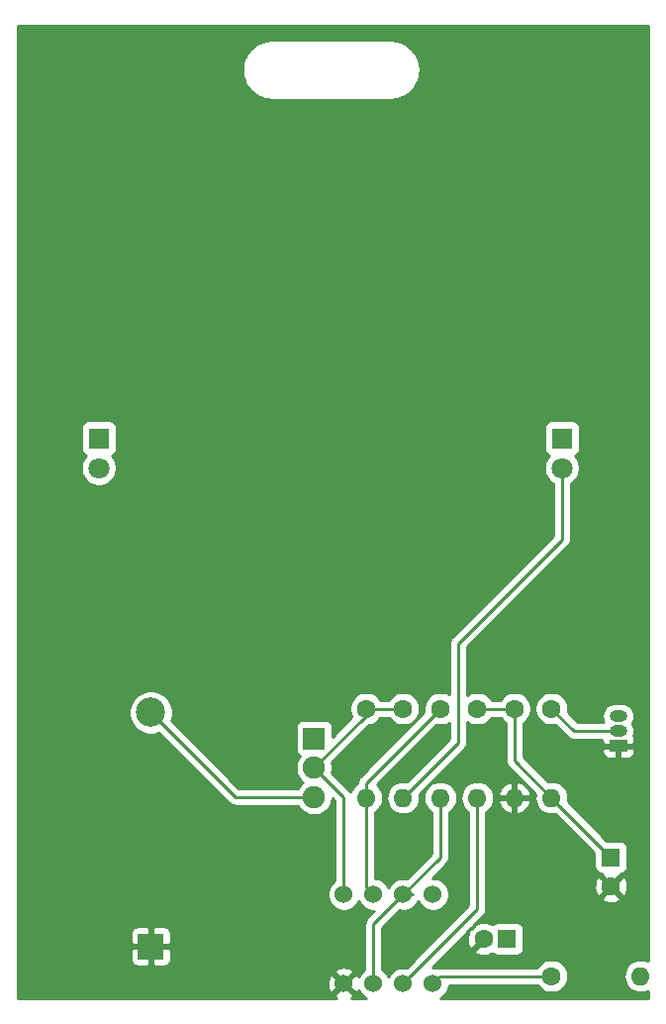
<source format=gtl>
G04 #@! TF.GenerationSoftware,KiCad,Pcbnew,(5.1.4-0-10_14)*
G04 #@! TF.CreationDate,2019-09-05T15:19:51-04:00*
G04 #@! TF.ProjectId,555_Badge,3535355f-4261-4646-9765-2e6b69636164,v01*
G04 #@! TF.SameCoordinates,Original*
G04 #@! TF.FileFunction,Copper,L1,Top*
G04 #@! TF.FilePolarity,Positive*
%FSLAX46Y46*%
G04 Gerber Fmt 4.6, Leading zero omitted, Abs format (unit mm)*
G04 Created by KiCad (PCBNEW (5.1.4-0-10_14)) date 2019-09-05 15:19:51*
%MOMM*%
%LPD*%
G04 APERTURE LIST*
%ADD10R,2.170000X2.170000*%
%ADD11C,2.500000*%
%ADD12R,1.600000X1.600000*%
%ADD13C,1.600000*%
%ADD14R,1.800000X1.800000*%
%ADD15C,1.800000*%
%ADD16O,1.500000X1.000000*%
%ADD17R,1.500000X1.000000*%
%ADD18O,1.600000X1.600000*%
%ADD19R,1.900000X1.900000*%
%ADD20C,1.900000*%
%ADD21C,1.524000*%
%ADD22C,0.254000*%
G04 APERTURE END LIST*
D10*
X113665000Y-125730000D03*
D11*
X113665000Y-105730000D03*
D12*
X144145000Y-125095000D03*
D13*
X142145000Y-125095000D03*
D12*
X153035000Y-118110000D03*
D13*
X153035000Y-120610000D03*
D14*
X148844000Y-82296000D03*
D15*
X148844000Y-84836000D03*
X109220000Y-84836000D03*
D14*
X109220000Y-82296000D03*
D16*
X153670000Y-107315000D03*
X153670000Y-106045000D03*
D17*
X153670000Y-108585000D03*
D13*
X132080000Y-105410000D03*
D18*
X132080000Y-113030000D03*
X138430000Y-113030000D03*
D13*
X138430000Y-105410000D03*
X141605000Y-105410000D03*
D18*
X141605000Y-113030000D03*
X144780000Y-113030000D03*
D13*
X144780000Y-105410000D03*
X147955000Y-105410000D03*
D18*
X147955000Y-113030000D03*
D13*
X135255000Y-105410000D03*
D18*
X135255000Y-113030000D03*
X155575000Y-128270000D03*
D13*
X147955000Y-128270000D03*
D19*
X127635000Y-107950000D03*
D20*
X127635000Y-110450000D03*
X127635000Y-112950000D03*
D21*
X132715000Y-128905000D03*
X130175000Y-128905000D03*
X135255000Y-128905000D03*
X137795000Y-128905000D03*
X137795000Y-121285000D03*
X135255000Y-121285000D03*
X132715000Y-121285000D03*
X130175000Y-121285000D03*
D22*
X120885000Y-112950000D02*
X127635000Y-112950000D01*
X113665000Y-105730000D02*
X120885000Y-112950000D01*
X132715000Y-123825000D02*
X135255000Y-121285000D01*
X132715000Y-128905000D02*
X132715000Y-123825000D01*
X135255000Y-121285000D02*
X136103358Y-121285000D01*
X138430000Y-118110000D02*
X138430000Y-113030000D01*
X135255000Y-121285000D02*
X138430000Y-118110000D01*
X141605000Y-105410000D02*
X144780000Y-105410000D01*
X144780000Y-109855000D02*
X147955000Y-113030000D01*
X144780000Y-105410000D02*
X144780000Y-109855000D01*
X153035000Y-118110000D02*
X147955000Y-113030000D01*
X153420000Y-106045000D02*
X153670000Y-106045000D01*
X136054999Y-112230001D02*
X135255000Y-113030000D01*
X139954000Y-108331000D02*
X135255000Y-113030000D01*
X139954000Y-99822000D02*
X139954000Y-108331000D01*
X148844000Y-90932000D02*
X139954000Y-99822000D01*
X148844000Y-84836000D02*
X148844000Y-90932000D01*
X149860000Y-107315000D02*
X147955000Y-105410000D01*
X153670000Y-107315000D02*
X149860000Y-107315000D01*
X132080000Y-106005000D02*
X132080000Y-105410000D01*
X127635000Y-110450000D02*
X132080000Y-106005000D01*
X132080000Y-105410000D02*
X135255000Y-105410000D01*
X130175000Y-112990000D02*
X130175000Y-121285000D01*
X127635000Y-110450000D02*
X130175000Y-112990000D01*
X138430000Y-128270000D02*
X137795000Y-128905000D01*
X147955000Y-128270000D02*
X138430000Y-128270000D01*
X132080000Y-120650000D02*
X132715000Y-121285000D01*
X132080000Y-113030000D02*
X132080000Y-120650000D01*
X132080000Y-111760000D02*
X138430000Y-105410000D01*
X132080000Y-113030000D02*
X132080000Y-111760000D01*
X141605000Y-122555000D02*
X141605000Y-113030000D01*
X135255000Y-128905000D02*
X141605000Y-122555000D01*
G36*
X156197300Y-126975497D02*
G01*
X156126808Y-126937818D01*
X155856309Y-126855764D01*
X155645492Y-126835000D01*
X155504508Y-126835000D01*
X155293691Y-126855764D01*
X155023192Y-126937818D01*
X154773899Y-127071068D01*
X154555392Y-127250392D01*
X154376068Y-127468899D01*
X154242818Y-127718192D01*
X154160764Y-127988691D01*
X154133057Y-128270000D01*
X154160764Y-128551309D01*
X154242818Y-128821808D01*
X154376068Y-129071101D01*
X154555392Y-129289608D01*
X154773899Y-129468932D01*
X155023192Y-129602182D01*
X155293691Y-129684236D01*
X155504508Y-129705000D01*
X155645492Y-129705000D01*
X155856309Y-129684236D01*
X156126808Y-129602182D01*
X156197300Y-129564503D01*
X156197300Y-130162300D01*
X138410145Y-130162300D01*
X138456727Y-130143005D01*
X138685535Y-129990120D01*
X138880120Y-129795535D01*
X139033005Y-129566727D01*
X139138314Y-129312490D01*
X139192000Y-129042592D01*
X139192000Y-129032000D01*
X146738293Y-129032000D01*
X146840363Y-129184759D01*
X147040241Y-129384637D01*
X147275273Y-129541680D01*
X147536426Y-129649853D01*
X147813665Y-129705000D01*
X148096335Y-129705000D01*
X148373574Y-129649853D01*
X148634727Y-129541680D01*
X148869759Y-129384637D01*
X149069637Y-129184759D01*
X149226680Y-128949727D01*
X149334853Y-128688574D01*
X149390000Y-128411335D01*
X149390000Y-128128665D01*
X149334853Y-127851426D01*
X149226680Y-127590273D01*
X149069637Y-127355241D01*
X148869759Y-127155363D01*
X148634727Y-126998320D01*
X148373574Y-126890147D01*
X148096335Y-126835000D01*
X147813665Y-126835000D01*
X147536426Y-126890147D01*
X147275273Y-126998320D01*
X147040241Y-127155363D01*
X146840363Y-127355241D01*
X146738293Y-127508000D01*
X138467423Y-127508000D01*
X138430000Y-127504314D01*
X138392577Y-127508000D01*
X138392574Y-127508000D01*
X138280622Y-127519026D01*
X138164743Y-127554178D01*
X137932592Y-127508000D01*
X137729630Y-127508000D01*
X141054012Y-124183619D01*
X141152296Y-124281903D01*
X140908329Y-124353486D01*
X140787429Y-124608996D01*
X140718700Y-124883184D01*
X140704783Y-125165512D01*
X140746213Y-125445130D01*
X140841397Y-125711292D01*
X140908329Y-125836514D01*
X141152298Y-125908097D01*
X141965395Y-125095000D01*
X141951253Y-125080858D01*
X142130858Y-124901253D01*
X142145000Y-124915395D01*
X142159143Y-124901253D01*
X142338748Y-125080858D01*
X142324605Y-125095000D01*
X142338748Y-125109143D01*
X142159143Y-125288748D01*
X142145000Y-125274605D01*
X141331903Y-126087702D01*
X141403486Y-126331671D01*
X141658996Y-126452571D01*
X141933184Y-126521300D01*
X142215512Y-126535217D01*
X142495130Y-126493787D01*
X142761292Y-126398603D01*
X142883309Y-126333384D01*
X142893815Y-126346185D01*
X142990506Y-126425537D01*
X143100820Y-126484502D01*
X143220518Y-126520812D01*
X143345000Y-126533072D01*
X144945000Y-126533072D01*
X145069482Y-126520812D01*
X145189180Y-126484502D01*
X145299494Y-126425537D01*
X145396185Y-126346185D01*
X145475537Y-126249494D01*
X145534502Y-126139180D01*
X145570812Y-126019482D01*
X145583072Y-125895000D01*
X145583072Y-124295000D01*
X145570812Y-124170518D01*
X145534502Y-124050820D01*
X145475537Y-123940506D01*
X145396185Y-123843815D01*
X145299494Y-123764463D01*
X145189180Y-123705498D01*
X145069482Y-123669188D01*
X144945000Y-123656928D01*
X143345000Y-123656928D01*
X143220518Y-123669188D01*
X143100820Y-123705498D01*
X142990506Y-123764463D01*
X142893815Y-123843815D01*
X142883193Y-123856758D01*
X142631004Y-123737429D01*
X142356816Y-123668700D01*
X142074488Y-123654783D01*
X141794870Y-123696213D01*
X141528708Y-123791397D01*
X141403486Y-123858329D01*
X141331903Y-124102296D01*
X141233619Y-124004012D01*
X142117353Y-123120278D01*
X142146422Y-123096422D01*
X142241645Y-122980392D01*
X142312402Y-122848015D01*
X142355974Y-122704378D01*
X142367000Y-122592426D01*
X142367000Y-122592424D01*
X142370686Y-122555001D01*
X142367000Y-122517578D01*
X142367000Y-121602702D01*
X152221903Y-121602702D01*
X152293486Y-121846671D01*
X152548996Y-121967571D01*
X152823184Y-122036300D01*
X153105512Y-122050217D01*
X153385130Y-122008787D01*
X153651292Y-121913603D01*
X153776514Y-121846671D01*
X153848097Y-121602702D01*
X153035000Y-120789605D01*
X152221903Y-121602702D01*
X142367000Y-121602702D01*
X142367000Y-120680512D01*
X151594783Y-120680512D01*
X151636213Y-120960130D01*
X151731397Y-121226292D01*
X151798329Y-121351514D01*
X152042298Y-121423097D01*
X152855395Y-120610000D01*
X153214605Y-120610000D01*
X154027702Y-121423097D01*
X154271671Y-121351514D01*
X154392571Y-121096004D01*
X154461300Y-120821816D01*
X154475217Y-120539488D01*
X154433787Y-120259870D01*
X154338603Y-119993708D01*
X154271671Y-119868486D01*
X154027702Y-119796903D01*
X153214605Y-120610000D01*
X152855395Y-120610000D01*
X152042298Y-119796903D01*
X151798329Y-119868486D01*
X151677429Y-120123996D01*
X151608700Y-120398184D01*
X151594783Y-120680512D01*
X142367000Y-120680512D01*
X142367000Y-114249832D01*
X142406101Y-114228932D01*
X142624608Y-114049608D01*
X142803932Y-113831101D01*
X142937182Y-113581808D01*
X142998690Y-113379040D01*
X143388091Y-113379040D01*
X143482930Y-113643881D01*
X143627615Y-113885131D01*
X143816586Y-114093519D01*
X144042580Y-114261037D01*
X144296913Y-114381246D01*
X144430961Y-114421904D01*
X144653000Y-114299915D01*
X144653000Y-113157000D01*
X144907000Y-113157000D01*
X144907000Y-114299915D01*
X145129039Y-114421904D01*
X145263087Y-114381246D01*
X145517420Y-114261037D01*
X145743414Y-114093519D01*
X145932385Y-113885131D01*
X146077070Y-113643881D01*
X146171909Y-113379040D01*
X146050624Y-113157000D01*
X144907000Y-113157000D01*
X144653000Y-113157000D01*
X143509376Y-113157000D01*
X143388091Y-113379040D01*
X142998690Y-113379040D01*
X143019236Y-113311309D01*
X143046943Y-113030000D01*
X143019236Y-112748691D01*
X142998691Y-112680960D01*
X143388091Y-112680960D01*
X143509376Y-112903000D01*
X144653000Y-112903000D01*
X144653000Y-111760085D01*
X144907000Y-111760085D01*
X144907000Y-112903000D01*
X146050624Y-112903000D01*
X146171909Y-112680960D01*
X146077070Y-112416119D01*
X145932385Y-112174869D01*
X145743414Y-111966481D01*
X145517420Y-111798963D01*
X145263087Y-111678754D01*
X145129039Y-111638096D01*
X144907000Y-111760085D01*
X144653000Y-111760085D01*
X144430961Y-111638096D01*
X144296913Y-111678754D01*
X144042580Y-111798963D01*
X143816586Y-111966481D01*
X143627615Y-112174869D01*
X143482930Y-112416119D01*
X143388091Y-112680960D01*
X142998691Y-112680960D01*
X142937182Y-112478192D01*
X142803932Y-112228899D01*
X142624608Y-112010392D01*
X142406101Y-111831068D01*
X142156808Y-111697818D01*
X141886309Y-111615764D01*
X141675492Y-111595000D01*
X141534508Y-111595000D01*
X141323691Y-111615764D01*
X141053192Y-111697818D01*
X140803899Y-111831068D01*
X140585392Y-112010392D01*
X140406068Y-112228899D01*
X140272818Y-112478192D01*
X140190764Y-112748691D01*
X140163057Y-113030000D01*
X140190764Y-113311309D01*
X140272818Y-113581808D01*
X140406068Y-113831101D01*
X140585392Y-114049608D01*
X140803899Y-114228932D01*
X140843001Y-114249832D01*
X140843000Y-122239369D01*
X135544211Y-127538159D01*
X135392592Y-127508000D01*
X135117408Y-127508000D01*
X134847510Y-127561686D01*
X134593273Y-127666995D01*
X134364465Y-127819880D01*
X134169880Y-128014465D01*
X134016995Y-128243273D01*
X133985000Y-128320515D01*
X133953005Y-128243273D01*
X133800120Y-128014465D01*
X133605535Y-127819880D01*
X133477000Y-127733995D01*
X133477000Y-124140630D01*
X134965789Y-122651841D01*
X135117408Y-122682000D01*
X135392592Y-122682000D01*
X135662490Y-122628314D01*
X135916727Y-122523005D01*
X136145535Y-122370120D01*
X136340120Y-122175535D01*
X136493005Y-121946727D01*
X136496184Y-121939052D01*
X136528750Y-121921645D01*
X136542076Y-121910709D01*
X136556995Y-121946727D01*
X136709880Y-122175535D01*
X136904465Y-122370120D01*
X137133273Y-122523005D01*
X137387510Y-122628314D01*
X137657408Y-122682000D01*
X137932592Y-122682000D01*
X138202490Y-122628314D01*
X138456727Y-122523005D01*
X138685535Y-122370120D01*
X138880120Y-122175535D01*
X139033005Y-121946727D01*
X139138314Y-121692490D01*
X139192000Y-121422592D01*
X139192000Y-121147408D01*
X139138314Y-120877510D01*
X139033005Y-120623273D01*
X138880120Y-120394465D01*
X138685535Y-120199880D01*
X138456727Y-120046995D01*
X138202490Y-119941686D01*
X137932592Y-119888000D01*
X137729631Y-119888000D01*
X138942353Y-118675278D01*
X138971422Y-118651422D01*
X139066645Y-118535392D01*
X139137402Y-118403015D01*
X139180974Y-118259378D01*
X139192000Y-118147426D01*
X139192000Y-118147424D01*
X139195686Y-118110001D01*
X139192000Y-118072578D01*
X139192000Y-114249832D01*
X139231101Y-114228932D01*
X139449608Y-114049608D01*
X139628932Y-113831101D01*
X139762182Y-113581808D01*
X139844236Y-113311309D01*
X139871943Y-113030000D01*
X139844236Y-112748691D01*
X139762182Y-112478192D01*
X139628932Y-112228899D01*
X139449608Y-112010392D01*
X139231101Y-111831068D01*
X138981808Y-111697818D01*
X138711309Y-111615764D01*
X138500492Y-111595000D01*
X138359508Y-111595000D01*
X138148691Y-111615764D01*
X137878192Y-111697818D01*
X137628899Y-111831068D01*
X137410392Y-112010392D01*
X137231068Y-112228899D01*
X137097818Y-112478192D01*
X137015764Y-112748691D01*
X136988057Y-113030000D01*
X137015764Y-113311309D01*
X137097818Y-113581808D01*
X137231068Y-113831101D01*
X137410392Y-114049608D01*
X137628899Y-114228932D01*
X137668001Y-114249832D01*
X137668000Y-117794369D01*
X135544211Y-119918159D01*
X135392592Y-119888000D01*
X135117408Y-119888000D01*
X134847510Y-119941686D01*
X134593273Y-120046995D01*
X134364465Y-120199880D01*
X134169880Y-120394465D01*
X134016995Y-120623273D01*
X133985000Y-120700515D01*
X133953005Y-120623273D01*
X133800120Y-120394465D01*
X133605535Y-120199880D01*
X133376727Y-120046995D01*
X133122490Y-119941686D01*
X132852592Y-119888000D01*
X132842000Y-119888000D01*
X132842000Y-114249832D01*
X132881101Y-114228932D01*
X133099608Y-114049608D01*
X133278932Y-113831101D01*
X133412182Y-113581808D01*
X133494236Y-113311309D01*
X133521943Y-113030000D01*
X133494236Y-112748691D01*
X133412182Y-112478192D01*
X133278932Y-112228899D01*
X133099608Y-112010392D01*
X132993950Y-111923680D01*
X138108474Y-106809157D01*
X138288665Y-106845000D01*
X138571335Y-106845000D01*
X138848574Y-106789853D01*
X139109727Y-106681680D01*
X139192001Y-106626707D01*
X139192001Y-108015369D01*
X135578736Y-111628634D01*
X135536309Y-111615764D01*
X135325492Y-111595000D01*
X135184508Y-111595000D01*
X134973691Y-111615764D01*
X134703192Y-111697818D01*
X134453899Y-111831068D01*
X134235392Y-112010392D01*
X134056068Y-112228899D01*
X133922818Y-112478192D01*
X133840764Y-112748691D01*
X133813057Y-113030000D01*
X133840764Y-113311309D01*
X133922818Y-113581808D01*
X134056068Y-113831101D01*
X134235392Y-114049608D01*
X134453899Y-114228932D01*
X134703192Y-114362182D01*
X134973691Y-114444236D01*
X135184508Y-114465000D01*
X135325492Y-114465000D01*
X135536309Y-114444236D01*
X135806808Y-114362182D01*
X136056101Y-114228932D01*
X136274608Y-114049608D01*
X136453932Y-113831101D01*
X136587182Y-113581808D01*
X136669236Y-113311309D01*
X136696943Y-113030000D01*
X136669236Y-112748691D01*
X136656366Y-112706264D01*
X140466346Y-108896284D01*
X140495422Y-108872422D01*
X140555857Y-108798781D01*
X140590645Y-108756393D01*
X140661401Y-108624016D01*
X140661402Y-108624015D01*
X140704974Y-108480378D01*
X140716000Y-108368426D01*
X140716000Y-108368423D01*
X140719686Y-108331000D01*
X140716000Y-108293577D01*
X140716000Y-106541849D01*
X140925273Y-106681680D01*
X141186426Y-106789853D01*
X141463665Y-106845000D01*
X141746335Y-106845000D01*
X142023574Y-106789853D01*
X142284727Y-106681680D01*
X142519759Y-106524637D01*
X142719637Y-106324759D01*
X142821707Y-106172000D01*
X143563293Y-106172000D01*
X143665363Y-106324759D01*
X143865241Y-106524637D01*
X144018000Y-106626707D01*
X144018001Y-109817567D01*
X144014314Y-109855000D01*
X144029027Y-110004378D01*
X144072599Y-110148015D01*
X144143355Y-110280392D01*
X144214721Y-110367351D01*
X144238579Y-110396422D01*
X144267649Y-110420279D01*
X146553634Y-112706265D01*
X146540764Y-112748691D01*
X146513057Y-113030000D01*
X146540764Y-113311309D01*
X146622818Y-113581808D01*
X146756068Y-113831101D01*
X146935392Y-114049608D01*
X147153899Y-114228932D01*
X147403192Y-114362182D01*
X147673691Y-114444236D01*
X147884508Y-114465000D01*
X148025492Y-114465000D01*
X148236309Y-114444236D01*
X148278736Y-114431366D01*
X151596928Y-117749559D01*
X151596928Y-118910000D01*
X151609188Y-119034482D01*
X151645498Y-119154180D01*
X151704463Y-119264494D01*
X151783815Y-119361185D01*
X151880506Y-119440537D01*
X151990820Y-119499502D01*
X152110518Y-119535812D01*
X152235000Y-119548072D01*
X152242215Y-119548072D01*
X152221903Y-119617298D01*
X153035000Y-120430395D01*
X153848097Y-119617298D01*
X153827785Y-119548072D01*
X153835000Y-119548072D01*
X153959482Y-119535812D01*
X154079180Y-119499502D01*
X154189494Y-119440537D01*
X154286185Y-119361185D01*
X154365537Y-119264494D01*
X154424502Y-119154180D01*
X154460812Y-119034482D01*
X154473072Y-118910000D01*
X154473072Y-117310000D01*
X154460812Y-117185518D01*
X154424502Y-117065820D01*
X154365537Y-116955506D01*
X154286185Y-116858815D01*
X154189494Y-116779463D01*
X154079180Y-116720498D01*
X153959482Y-116684188D01*
X153835000Y-116671928D01*
X152674559Y-116671928D01*
X149356366Y-113353736D01*
X149369236Y-113311309D01*
X149396943Y-113030000D01*
X149369236Y-112748691D01*
X149287182Y-112478192D01*
X149153932Y-112228899D01*
X148974608Y-112010392D01*
X148756101Y-111831068D01*
X148506808Y-111697818D01*
X148236309Y-111615764D01*
X148025492Y-111595000D01*
X147884508Y-111595000D01*
X147673691Y-111615764D01*
X147631265Y-111628634D01*
X145542000Y-109539370D01*
X145542000Y-109085000D01*
X152281928Y-109085000D01*
X152294188Y-109209482D01*
X152330498Y-109329180D01*
X152389463Y-109439494D01*
X152468815Y-109536185D01*
X152565506Y-109615537D01*
X152675820Y-109674502D01*
X152795518Y-109710812D01*
X152920000Y-109723072D01*
X153384250Y-109720000D01*
X153543000Y-109561250D01*
X153543000Y-108712000D01*
X153797000Y-108712000D01*
X153797000Y-109561250D01*
X153955750Y-109720000D01*
X154420000Y-109723072D01*
X154544482Y-109710812D01*
X154664180Y-109674502D01*
X154774494Y-109615537D01*
X154871185Y-109536185D01*
X154950537Y-109439494D01*
X155009502Y-109329180D01*
X155045812Y-109209482D01*
X155058072Y-109085000D01*
X155055000Y-108870750D01*
X154896250Y-108712000D01*
X153797000Y-108712000D01*
X153543000Y-108712000D01*
X152443750Y-108712000D01*
X152285000Y-108870750D01*
X152281928Y-109085000D01*
X145542000Y-109085000D01*
X145542000Y-106626707D01*
X145694759Y-106524637D01*
X145894637Y-106324759D01*
X146051680Y-106089727D01*
X146159853Y-105828574D01*
X146215000Y-105551335D01*
X146215000Y-105268665D01*
X146520000Y-105268665D01*
X146520000Y-105551335D01*
X146575147Y-105828574D01*
X146683320Y-106089727D01*
X146840363Y-106324759D01*
X147040241Y-106524637D01*
X147275273Y-106681680D01*
X147536426Y-106789853D01*
X147813665Y-106845000D01*
X148096335Y-106845000D01*
X148276527Y-106809157D01*
X149294721Y-107827352D01*
X149318578Y-107856422D01*
X149347648Y-107880279D01*
X149434607Y-107951645D01*
X149505364Y-107989465D01*
X149566985Y-108022402D01*
X149710622Y-108065974D01*
X149822574Y-108077000D01*
X149822577Y-108077000D01*
X149860000Y-108080686D01*
X149897423Y-108077000D01*
X152282716Y-108077000D01*
X152281928Y-108085000D01*
X152285000Y-108299250D01*
X152443750Y-108458000D01*
X153543000Y-108458000D01*
X153543000Y-108450000D01*
X153797000Y-108450000D01*
X153797000Y-108458000D01*
X154896250Y-108458000D01*
X155055000Y-108299250D01*
X155058072Y-108085000D01*
X155045812Y-107960518D01*
X155009502Y-107840820D01*
X154967703Y-107762621D01*
X154973676Y-107751447D01*
X155038577Y-107537499D01*
X155060491Y-107315000D01*
X155038577Y-107092501D01*
X154973676Y-106878553D01*
X154868284Y-106681377D01*
X154867154Y-106680000D01*
X154868284Y-106678623D01*
X154973676Y-106481447D01*
X155038577Y-106267499D01*
X155060491Y-106045000D01*
X155038577Y-105822501D01*
X154973676Y-105608553D01*
X154868284Y-105411377D01*
X154726449Y-105238551D01*
X154553623Y-105096716D01*
X154356447Y-104991324D01*
X154142499Y-104926423D01*
X153975752Y-104910000D01*
X153364248Y-104910000D01*
X153197501Y-104926423D01*
X152983553Y-104991324D01*
X152786377Y-105096716D01*
X152613551Y-105238551D01*
X152471716Y-105411377D01*
X152366324Y-105608553D01*
X152301423Y-105822501D01*
X152279509Y-106045000D01*
X152301423Y-106267499D01*
X152366324Y-106481447D01*
X152404570Y-106553000D01*
X150175631Y-106553000D01*
X149354157Y-105731527D01*
X149390000Y-105551335D01*
X149390000Y-105268665D01*
X149334853Y-104991426D01*
X149226680Y-104730273D01*
X149069637Y-104495241D01*
X148869759Y-104295363D01*
X148634727Y-104138320D01*
X148373574Y-104030147D01*
X148096335Y-103975000D01*
X147813665Y-103975000D01*
X147536426Y-104030147D01*
X147275273Y-104138320D01*
X147040241Y-104295363D01*
X146840363Y-104495241D01*
X146683320Y-104730273D01*
X146575147Y-104991426D01*
X146520000Y-105268665D01*
X146215000Y-105268665D01*
X146159853Y-104991426D01*
X146051680Y-104730273D01*
X145894637Y-104495241D01*
X145694759Y-104295363D01*
X145459727Y-104138320D01*
X145198574Y-104030147D01*
X144921335Y-103975000D01*
X144638665Y-103975000D01*
X144361426Y-104030147D01*
X144100273Y-104138320D01*
X143865241Y-104295363D01*
X143665363Y-104495241D01*
X143563293Y-104648000D01*
X142821707Y-104648000D01*
X142719637Y-104495241D01*
X142519759Y-104295363D01*
X142284727Y-104138320D01*
X142023574Y-104030147D01*
X141746335Y-103975000D01*
X141463665Y-103975000D01*
X141186426Y-104030147D01*
X140925273Y-104138320D01*
X140716000Y-104278151D01*
X140716000Y-100137630D01*
X149356346Y-91497284D01*
X149385422Y-91473422D01*
X149445857Y-91399781D01*
X149480645Y-91357393D01*
X149551401Y-91225016D01*
X149551402Y-91225015D01*
X149594974Y-91081378D01*
X149606000Y-90969426D01*
X149606000Y-90969423D01*
X149609686Y-90932000D01*
X149606000Y-90894577D01*
X149606000Y-86172976D01*
X149822505Y-86028312D01*
X150036312Y-85814505D01*
X150204299Y-85563095D01*
X150320011Y-85283743D01*
X150379000Y-84987184D01*
X150379000Y-84684816D01*
X150320011Y-84388257D01*
X150204299Y-84108905D01*
X150036312Y-83857495D01*
X149969873Y-83791056D01*
X149988180Y-83785502D01*
X150098494Y-83726537D01*
X150195185Y-83647185D01*
X150274537Y-83550494D01*
X150333502Y-83440180D01*
X150369812Y-83320482D01*
X150382072Y-83196000D01*
X150382072Y-81396000D01*
X150369812Y-81271518D01*
X150333502Y-81151820D01*
X150274537Y-81041506D01*
X150195185Y-80944815D01*
X150098494Y-80865463D01*
X149988180Y-80806498D01*
X149868482Y-80770188D01*
X149744000Y-80757928D01*
X147944000Y-80757928D01*
X147819518Y-80770188D01*
X147699820Y-80806498D01*
X147589506Y-80865463D01*
X147492815Y-80944815D01*
X147413463Y-81041506D01*
X147354498Y-81151820D01*
X147318188Y-81271518D01*
X147305928Y-81396000D01*
X147305928Y-83196000D01*
X147318188Y-83320482D01*
X147354498Y-83440180D01*
X147413463Y-83550494D01*
X147492815Y-83647185D01*
X147589506Y-83726537D01*
X147699820Y-83785502D01*
X147718127Y-83791056D01*
X147651688Y-83857495D01*
X147483701Y-84108905D01*
X147367989Y-84388257D01*
X147309000Y-84684816D01*
X147309000Y-84987184D01*
X147367989Y-85283743D01*
X147483701Y-85563095D01*
X147651688Y-85814505D01*
X147865495Y-86028312D01*
X148082000Y-86172976D01*
X148082001Y-90616369D01*
X139441654Y-99256716D01*
X139412578Y-99280578D01*
X139356983Y-99348322D01*
X139317355Y-99396608D01*
X139279535Y-99467365D01*
X139246598Y-99528986D01*
X139203026Y-99672623D01*
X139192000Y-99784574D01*
X139188314Y-99822000D01*
X139192000Y-99859423D01*
X139192001Y-104193293D01*
X139109727Y-104138320D01*
X138848574Y-104030147D01*
X138571335Y-103975000D01*
X138288665Y-103975000D01*
X138011426Y-104030147D01*
X137750273Y-104138320D01*
X137515241Y-104295363D01*
X137315363Y-104495241D01*
X137158320Y-104730273D01*
X137050147Y-104991426D01*
X136995000Y-105268665D01*
X136995000Y-105551335D01*
X137030843Y-105731526D01*
X131567649Y-111194721D01*
X131538579Y-111218578D01*
X131514722Y-111247648D01*
X131514721Y-111247649D01*
X131443355Y-111334608D01*
X131372599Y-111466985D01*
X131329027Y-111610622D01*
X131314314Y-111760000D01*
X131318001Y-111797433D01*
X131318001Y-111810168D01*
X131278899Y-111831068D01*
X131060392Y-112010392D01*
X130881068Y-112228899D01*
X130747818Y-112478192D01*
X130745904Y-112484502D01*
X130716422Y-112448578D01*
X130687353Y-112424722D01*
X129161722Y-110899091D01*
X129220000Y-110606109D01*
X129220000Y-110293891D01*
X129161722Y-110000909D01*
X132341542Y-106821089D01*
X132498574Y-106789853D01*
X132759727Y-106681680D01*
X132994759Y-106524637D01*
X133194637Y-106324759D01*
X133296707Y-106172000D01*
X134038293Y-106172000D01*
X134140363Y-106324759D01*
X134340241Y-106524637D01*
X134575273Y-106681680D01*
X134836426Y-106789853D01*
X135113665Y-106845000D01*
X135396335Y-106845000D01*
X135673574Y-106789853D01*
X135934727Y-106681680D01*
X136169759Y-106524637D01*
X136369637Y-106324759D01*
X136526680Y-106089727D01*
X136634853Y-105828574D01*
X136690000Y-105551335D01*
X136690000Y-105268665D01*
X136634853Y-104991426D01*
X136526680Y-104730273D01*
X136369637Y-104495241D01*
X136169759Y-104295363D01*
X135934727Y-104138320D01*
X135673574Y-104030147D01*
X135396335Y-103975000D01*
X135113665Y-103975000D01*
X134836426Y-104030147D01*
X134575273Y-104138320D01*
X134340241Y-104295363D01*
X134140363Y-104495241D01*
X134038293Y-104648000D01*
X133296707Y-104648000D01*
X133194637Y-104495241D01*
X132994759Y-104295363D01*
X132759727Y-104138320D01*
X132498574Y-104030147D01*
X132221335Y-103975000D01*
X131938665Y-103975000D01*
X131661426Y-104030147D01*
X131400273Y-104138320D01*
X131165241Y-104295363D01*
X130965363Y-104495241D01*
X130808320Y-104730273D01*
X130700147Y-104991426D01*
X130645000Y-105268665D01*
X130645000Y-105551335D01*
X130700147Y-105828574D01*
X130808320Y-106089727D01*
X130852108Y-106155261D01*
X129223072Y-107784298D01*
X129223072Y-107000000D01*
X129210812Y-106875518D01*
X129174502Y-106755820D01*
X129115537Y-106645506D01*
X129036185Y-106548815D01*
X128939494Y-106469463D01*
X128829180Y-106410498D01*
X128709482Y-106374188D01*
X128585000Y-106361928D01*
X126685000Y-106361928D01*
X126560518Y-106374188D01*
X126440820Y-106410498D01*
X126330506Y-106469463D01*
X126233815Y-106548815D01*
X126154463Y-106645506D01*
X126095498Y-106755820D01*
X126059188Y-106875518D01*
X126046928Y-107000000D01*
X126046928Y-108900000D01*
X126059188Y-109024482D01*
X126095498Y-109144180D01*
X126154463Y-109254494D01*
X126233815Y-109351185D01*
X126330506Y-109430537D01*
X126389021Y-109461814D01*
X126230391Y-109699221D01*
X126110911Y-109987673D01*
X126050000Y-110293891D01*
X126050000Y-110606109D01*
X126110911Y-110912327D01*
X126230391Y-111200779D01*
X126403850Y-111460379D01*
X126624621Y-111681150D01*
X126652832Y-111700000D01*
X126624621Y-111718850D01*
X126403850Y-111939621D01*
X126237889Y-112188000D01*
X121200631Y-112188000D01*
X115423347Y-106410717D01*
X115477561Y-106279834D01*
X115550000Y-105915656D01*
X115550000Y-105544344D01*
X115477561Y-105180166D01*
X115335466Y-104837118D01*
X115129175Y-104528382D01*
X114866618Y-104265825D01*
X114557882Y-104059534D01*
X114214834Y-103917439D01*
X113850656Y-103845000D01*
X113479344Y-103845000D01*
X113115166Y-103917439D01*
X112772118Y-104059534D01*
X112463382Y-104265825D01*
X112200825Y-104528382D01*
X111994534Y-104837118D01*
X111852439Y-105180166D01*
X111780000Y-105544344D01*
X111780000Y-105915656D01*
X111852439Y-106279834D01*
X111994534Y-106622882D01*
X112200825Y-106931618D01*
X112463382Y-107194175D01*
X112772118Y-107400466D01*
X113115166Y-107542561D01*
X113479344Y-107615000D01*
X113850656Y-107615000D01*
X114214834Y-107542561D01*
X114345717Y-107488347D01*
X120319721Y-113462352D01*
X120343578Y-113491422D01*
X120372648Y-113515279D01*
X120459607Y-113586645D01*
X120530364Y-113624465D01*
X120591985Y-113657402D01*
X120735622Y-113700974D01*
X120847574Y-113712000D01*
X120847577Y-113712000D01*
X120885000Y-113715686D01*
X120922423Y-113712000D01*
X126237889Y-113712000D01*
X126403850Y-113960379D01*
X126624621Y-114181150D01*
X126884221Y-114354609D01*
X127172673Y-114474089D01*
X127478891Y-114535000D01*
X127791109Y-114535000D01*
X128097327Y-114474089D01*
X128385779Y-114354609D01*
X128645379Y-114181150D01*
X128866150Y-113960379D01*
X129039609Y-113700779D01*
X129159089Y-113412327D01*
X129218918Y-113111549D01*
X129413000Y-113305631D01*
X129413001Y-120113995D01*
X129284465Y-120199880D01*
X129089880Y-120394465D01*
X128936995Y-120623273D01*
X128831686Y-120877510D01*
X128778000Y-121147408D01*
X128778000Y-121422592D01*
X128831686Y-121692490D01*
X128936995Y-121946727D01*
X129089880Y-122175535D01*
X129284465Y-122370120D01*
X129513273Y-122523005D01*
X129767510Y-122628314D01*
X130037408Y-122682000D01*
X130312592Y-122682000D01*
X130582490Y-122628314D01*
X130836727Y-122523005D01*
X131065535Y-122370120D01*
X131260120Y-122175535D01*
X131413005Y-121946727D01*
X131445000Y-121869485D01*
X131476995Y-121946727D01*
X131629880Y-122175535D01*
X131824465Y-122370120D01*
X132053273Y-122523005D01*
X132307510Y-122628314D01*
X132577408Y-122682000D01*
X132780370Y-122682000D01*
X132202649Y-123259721D01*
X132173579Y-123283578D01*
X132149722Y-123312648D01*
X132149721Y-123312649D01*
X132078355Y-123399608D01*
X132007599Y-123531985D01*
X131964027Y-123675622D01*
X131949314Y-123825000D01*
X131953001Y-123862433D01*
X131953000Y-127733995D01*
X131824465Y-127819880D01*
X131629880Y-128014465D01*
X131476995Y-128243273D01*
X131447308Y-128314943D01*
X131442636Y-128301977D01*
X131380656Y-128186020D01*
X131140565Y-128119040D01*
X130354605Y-128905000D01*
X131140565Y-129690960D01*
X131380656Y-129623980D01*
X131444485Y-129488240D01*
X131476995Y-129566727D01*
X131629880Y-129795535D01*
X131824465Y-129990120D01*
X132053273Y-130143005D01*
X132099855Y-130162300D01*
X130797360Y-130162300D01*
X130893980Y-130110656D01*
X130960960Y-129870565D01*
X130175000Y-129084605D01*
X129389040Y-129870565D01*
X129456020Y-130110656D01*
X129565848Y-130162300D01*
X102247700Y-130162300D01*
X102247700Y-128977017D01*
X128773090Y-128977017D01*
X128814078Y-129249133D01*
X128907364Y-129508023D01*
X128969344Y-129623980D01*
X129209435Y-129690960D01*
X129995395Y-128905000D01*
X129209435Y-128119040D01*
X128969344Y-128186020D01*
X128852244Y-128435048D01*
X128785977Y-128702135D01*
X128773090Y-128977017D01*
X102247700Y-128977017D01*
X102247700Y-127939435D01*
X129389040Y-127939435D01*
X130175000Y-128725395D01*
X130960960Y-127939435D01*
X130893980Y-127699344D01*
X130644952Y-127582244D01*
X130377865Y-127515977D01*
X130102983Y-127503090D01*
X129830867Y-127544078D01*
X129571977Y-127637364D01*
X129456020Y-127699344D01*
X129389040Y-127939435D01*
X102247700Y-127939435D01*
X102247700Y-126815000D01*
X111941928Y-126815000D01*
X111954188Y-126939482D01*
X111990498Y-127059180D01*
X112049463Y-127169494D01*
X112128815Y-127266185D01*
X112225506Y-127345537D01*
X112335820Y-127404502D01*
X112455518Y-127440812D01*
X112580000Y-127453072D01*
X113379250Y-127450000D01*
X113538000Y-127291250D01*
X113538000Y-125857000D01*
X113792000Y-125857000D01*
X113792000Y-127291250D01*
X113950750Y-127450000D01*
X114750000Y-127453072D01*
X114874482Y-127440812D01*
X114994180Y-127404502D01*
X115104494Y-127345537D01*
X115201185Y-127266185D01*
X115280537Y-127169494D01*
X115339502Y-127059180D01*
X115375812Y-126939482D01*
X115388072Y-126815000D01*
X115385000Y-126015750D01*
X115226250Y-125857000D01*
X113792000Y-125857000D01*
X113538000Y-125857000D01*
X112103750Y-125857000D01*
X111945000Y-126015750D01*
X111941928Y-126815000D01*
X102247700Y-126815000D01*
X102247700Y-124645000D01*
X111941928Y-124645000D01*
X111945000Y-125444250D01*
X112103750Y-125603000D01*
X113538000Y-125603000D01*
X113538000Y-124168750D01*
X113792000Y-124168750D01*
X113792000Y-125603000D01*
X115226250Y-125603000D01*
X115385000Y-125444250D01*
X115388072Y-124645000D01*
X115375812Y-124520518D01*
X115339502Y-124400820D01*
X115280537Y-124290506D01*
X115201185Y-124193815D01*
X115104494Y-124114463D01*
X114994180Y-124055498D01*
X114874482Y-124019188D01*
X114750000Y-124006928D01*
X113950750Y-124010000D01*
X113792000Y-124168750D01*
X113538000Y-124168750D01*
X113379250Y-124010000D01*
X112580000Y-124006928D01*
X112455518Y-124019188D01*
X112335820Y-124055498D01*
X112225506Y-124114463D01*
X112128815Y-124193815D01*
X112049463Y-124290506D01*
X111990498Y-124400820D01*
X111954188Y-124520518D01*
X111941928Y-124645000D01*
X102247700Y-124645000D01*
X102247700Y-81396000D01*
X107681928Y-81396000D01*
X107681928Y-83196000D01*
X107694188Y-83320482D01*
X107730498Y-83440180D01*
X107789463Y-83550494D01*
X107868815Y-83647185D01*
X107965506Y-83726537D01*
X108075820Y-83785502D01*
X108094127Y-83791056D01*
X108027688Y-83857495D01*
X107859701Y-84108905D01*
X107743989Y-84388257D01*
X107685000Y-84684816D01*
X107685000Y-84987184D01*
X107743989Y-85283743D01*
X107859701Y-85563095D01*
X108027688Y-85814505D01*
X108241495Y-86028312D01*
X108492905Y-86196299D01*
X108772257Y-86312011D01*
X109068816Y-86371000D01*
X109371184Y-86371000D01*
X109667743Y-86312011D01*
X109947095Y-86196299D01*
X110198505Y-86028312D01*
X110412312Y-85814505D01*
X110580299Y-85563095D01*
X110696011Y-85283743D01*
X110755000Y-84987184D01*
X110755000Y-84684816D01*
X110696011Y-84388257D01*
X110580299Y-84108905D01*
X110412312Y-83857495D01*
X110345873Y-83791056D01*
X110364180Y-83785502D01*
X110474494Y-83726537D01*
X110571185Y-83647185D01*
X110650537Y-83550494D01*
X110709502Y-83440180D01*
X110745812Y-83320482D01*
X110758072Y-83196000D01*
X110758072Y-81396000D01*
X110745812Y-81271518D01*
X110709502Y-81151820D01*
X110650537Y-81041506D01*
X110571185Y-80944815D01*
X110474494Y-80865463D01*
X110364180Y-80806498D01*
X110244482Y-80770188D01*
X110120000Y-80757928D01*
X108320000Y-80757928D01*
X108195518Y-80770188D01*
X108075820Y-80806498D01*
X107965506Y-80865463D01*
X107868815Y-80944815D01*
X107789463Y-81041506D01*
X107730498Y-81151820D01*
X107694188Y-81271518D01*
X107681928Y-81396000D01*
X102247700Y-81396000D01*
X102247700Y-50754595D01*
X121465512Y-50754595D01*
X121465922Y-50813299D01*
X121465512Y-50872003D01*
X121466394Y-50881003D01*
X121505257Y-51250757D01*
X121517063Y-51308274D01*
X121528061Y-51365926D01*
X121530675Y-51374584D01*
X121640617Y-51729747D01*
X121663374Y-51783883D01*
X121685357Y-51838293D01*
X121689602Y-51846278D01*
X121866434Y-52173323D01*
X121899266Y-52221999D01*
X121931406Y-52271114D01*
X121937122Y-52278122D01*
X122174111Y-52564592D01*
X122215767Y-52605958D01*
X122256838Y-52647899D01*
X122263806Y-52653663D01*
X122551923Y-52888646D01*
X122600836Y-52921144D01*
X122649258Y-52954299D01*
X122657208Y-52958597D01*
X122657212Y-52958600D01*
X122657216Y-52958602D01*
X122985485Y-53133145D01*
X123039761Y-53155516D01*
X123093715Y-53178642D01*
X123102352Y-53181315D01*
X123102356Y-53181317D01*
X123102360Y-53181318D01*
X123458277Y-53288775D01*
X123515838Y-53300173D01*
X123573287Y-53312384D01*
X123582278Y-53313329D01*
X123582280Y-53313329D01*
X123952296Y-53349609D01*
X123952309Y-53349609D01*
X123983691Y-53352700D01*
X134207309Y-53352700D01*
X134240580Y-53349423D01*
X134265303Y-53349423D01*
X134274296Y-53348478D01*
X134643770Y-53307035D01*
X134701210Y-53294826D01*
X134758778Y-53283427D01*
X134767417Y-53280753D01*
X135121804Y-53168335D01*
X135175793Y-53145195D01*
X135230036Y-53122838D01*
X135237991Y-53118537D01*
X135563794Y-52939425D01*
X135612240Y-52906253D01*
X135661127Y-52873773D01*
X135668090Y-52868012D01*
X135668096Y-52868008D01*
X135668101Y-52868003D01*
X135952903Y-52629026D01*
X135993970Y-52587090D01*
X136035632Y-52545719D01*
X136041347Y-52538711D01*
X136274313Y-52248960D01*
X136306462Y-52199832D01*
X136339285Y-52151170D01*
X136343530Y-52143185D01*
X136515779Y-51813703D01*
X136537782Y-51759243D01*
X136560519Y-51705156D01*
X136563133Y-51696498D01*
X136668105Y-51339833D01*
X136679111Y-51282137D01*
X136690909Y-51224665D01*
X136691790Y-51215672D01*
X136691792Y-51215663D01*
X136691792Y-51215655D01*
X136725488Y-50845405D01*
X136725078Y-50786701D01*
X136725488Y-50727998D01*
X136724606Y-50718998D01*
X136685743Y-50349243D01*
X136673930Y-50291696D01*
X136662938Y-50234073D01*
X136660325Y-50225416D01*
X136550383Y-49870252D01*
X136527614Y-49816088D01*
X136505643Y-49761706D01*
X136501398Y-49753722D01*
X136324566Y-49426677D01*
X136291734Y-49378001D01*
X136259594Y-49328886D01*
X136253878Y-49321878D01*
X136016889Y-49035408D01*
X135975233Y-48994042D01*
X135934162Y-48952101D01*
X135927194Y-48946337D01*
X135639077Y-48711354D01*
X135590164Y-48678856D01*
X135541742Y-48645701D01*
X135533792Y-48641403D01*
X135533788Y-48641400D01*
X135533784Y-48641398D01*
X135205515Y-48466855D01*
X135151253Y-48444490D01*
X135097284Y-48421358D01*
X135088645Y-48418684D01*
X134732723Y-48311224D01*
X134675126Y-48299819D01*
X134617713Y-48287616D01*
X134608723Y-48286671D01*
X134608719Y-48286671D01*
X134238704Y-48250391D01*
X134238691Y-48250391D01*
X134207309Y-48247300D01*
X123983691Y-48247300D01*
X123950420Y-48250577D01*
X123925697Y-48250577D01*
X123916704Y-48251522D01*
X123547230Y-48292965D01*
X123489765Y-48305180D01*
X123432222Y-48316573D01*
X123423583Y-48319247D01*
X123069196Y-48431665D01*
X123015220Y-48454799D01*
X122960963Y-48477162D01*
X122953009Y-48481463D01*
X122627206Y-48660575D01*
X122578777Y-48693735D01*
X122529872Y-48726227D01*
X122522910Y-48731988D01*
X122522904Y-48731992D01*
X122522899Y-48731997D01*
X122238097Y-48970974D01*
X122197011Y-49012929D01*
X122155368Y-49054282D01*
X122149658Y-49061284D01*
X122149653Y-49061289D01*
X122149649Y-49061294D01*
X121916687Y-49351040D01*
X121884542Y-49400163D01*
X121851715Y-49448831D01*
X121847473Y-49456811D01*
X121847470Y-49456815D01*
X121847470Y-49456816D01*
X121675221Y-49786297D01*
X121653222Y-49840745D01*
X121630481Y-49894844D01*
X121627867Y-49903501D01*
X121522895Y-50260167D01*
X121511889Y-50317863D01*
X121500091Y-50375335D01*
X121499210Y-50384328D01*
X121499208Y-50384337D01*
X121499208Y-50384345D01*
X121465512Y-50754595D01*
X102247700Y-50754595D01*
X102247700Y-47002700D01*
X156197301Y-47002700D01*
X156197300Y-126975497D01*
X156197300Y-126975497D01*
G37*
X156197300Y-126975497D02*
X156126808Y-126937818D01*
X155856309Y-126855764D01*
X155645492Y-126835000D01*
X155504508Y-126835000D01*
X155293691Y-126855764D01*
X155023192Y-126937818D01*
X154773899Y-127071068D01*
X154555392Y-127250392D01*
X154376068Y-127468899D01*
X154242818Y-127718192D01*
X154160764Y-127988691D01*
X154133057Y-128270000D01*
X154160764Y-128551309D01*
X154242818Y-128821808D01*
X154376068Y-129071101D01*
X154555392Y-129289608D01*
X154773899Y-129468932D01*
X155023192Y-129602182D01*
X155293691Y-129684236D01*
X155504508Y-129705000D01*
X155645492Y-129705000D01*
X155856309Y-129684236D01*
X156126808Y-129602182D01*
X156197300Y-129564503D01*
X156197300Y-130162300D01*
X138410145Y-130162300D01*
X138456727Y-130143005D01*
X138685535Y-129990120D01*
X138880120Y-129795535D01*
X139033005Y-129566727D01*
X139138314Y-129312490D01*
X139192000Y-129042592D01*
X139192000Y-129032000D01*
X146738293Y-129032000D01*
X146840363Y-129184759D01*
X147040241Y-129384637D01*
X147275273Y-129541680D01*
X147536426Y-129649853D01*
X147813665Y-129705000D01*
X148096335Y-129705000D01*
X148373574Y-129649853D01*
X148634727Y-129541680D01*
X148869759Y-129384637D01*
X149069637Y-129184759D01*
X149226680Y-128949727D01*
X149334853Y-128688574D01*
X149390000Y-128411335D01*
X149390000Y-128128665D01*
X149334853Y-127851426D01*
X149226680Y-127590273D01*
X149069637Y-127355241D01*
X148869759Y-127155363D01*
X148634727Y-126998320D01*
X148373574Y-126890147D01*
X148096335Y-126835000D01*
X147813665Y-126835000D01*
X147536426Y-126890147D01*
X147275273Y-126998320D01*
X147040241Y-127155363D01*
X146840363Y-127355241D01*
X146738293Y-127508000D01*
X138467423Y-127508000D01*
X138430000Y-127504314D01*
X138392577Y-127508000D01*
X138392574Y-127508000D01*
X138280622Y-127519026D01*
X138164743Y-127554178D01*
X137932592Y-127508000D01*
X137729630Y-127508000D01*
X141054012Y-124183619D01*
X141152296Y-124281903D01*
X140908329Y-124353486D01*
X140787429Y-124608996D01*
X140718700Y-124883184D01*
X140704783Y-125165512D01*
X140746213Y-125445130D01*
X140841397Y-125711292D01*
X140908329Y-125836514D01*
X141152298Y-125908097D01*
X141965395Y-125095000D01*
X141951253Y-125080858D01*
X142130858Y-124901253D01*
X142145000Y-124915395D01*
X142159143Y-124901253D01*
X142338748Y-125080858D01*
X142324605Y-125095000D01*
X142338748Y-125109143D01*
X142159143Y-125288748D01*
X142145000Y-125274605D01*
X141331903Y-126087702D01*
X141403486Y-126331671D01*
X141658996Y-126452571D01*
X141933184Y-126521300D01*
X142215512Y-126535217D01*
X142495130Y-126493787D01*
X142761292Y-126398603D01*
X142883309Y-126333384D01*
X142893815Y-126346185D01*
X142990506Y-126425537D01*
X143100820Y-126484502D01*
X143220518Y-126520812D01*
X143345000Y-126533072D01*
X144945000Y-126533072D01*
X145069482Y-126520812D01*
X145189180Y-126484502D01*
X145299494Y-126425537D01*
X145396185Y-126346185D01*
X145475537Y-126249494D01*
X145534502Y-126139180D01*
X145570812Y-126019482D01*
X145583072Y-125895000D01*
X145583072Y-124295000D01*
X145570812Y-124170518D01*
X145534502Y-124050820D01*
X145475537Y-123940506D01*
X145396185Y-123843815D01*
X145299494Y-123764463D01*
X145189180Y-123705498D01*
X145069482Y-123669188D01*
X144945000Y-123656928D01*
X143345000Y-123656928D01*
X143220518Y-123669188D01*
X143100820Y-123705498D01*
X142990506Y-123764463D01*
X142893815Y-123843815D01*
X142883193Y-123856758D01*
X142631004Y-123737429D01*
X142356816Y-123668700D01*
X142074488Y-123654783D01*
X141794870Y-123696213D01*
X141528708Y-123791397D01*
X141403486Y-123858329D01*
X141331903Y-124102296D01*
X141233619Y-124004012D01*
X142117353Y-123120278D01*
X142146422Y-123096422D01*
X142241645Y-122980392D01*
X142312402Y-122848015D01*
X142355974Y-122704378D01*
X142367000Y-122592426D01*
X142367000Y-122592424D01*
X142370686Y-122555001D01*
X142367000Y-122517578D01*
X142367000Y-121602702D01*
X152221903Y-121602702D01*
X152293486Y-121846671D01*
X152548996Y-121967571D01*
X152823184Y-122036300D01*
X153105512Y-122050217D01*
X153385130Y-122008787D01*
X153651292Y-121913603D01*
X153776514Y-121846671D01*
X153848097Y-121602702D01*
X153035000Y-120789605D01*
X152221903Y-121602702D01*
X142367000Y-121602702D01*
X142367000Y-120680512D01*
X151594783Y-120680512D01*
X151636213Y-120960130D01*
X151731397Y-121226292D01*
X151798329Y-121351514D01*
X152042298Y-121423097D01*
X152855395Y-120610000D01*
X153214605Y-120610000D01*
X154027702Y-121423097D01*
X154271671Y-121351514D01*
X154392571Y-121096004D01*
X154461300Y-120821816D01*
X154475217Y-120539488D01*
X154433787Y-120259870D01*
X154338603Y-119993708D01*
X154271671Y-119868486D01*
X154027702Y-119796903D01*
X153214605Y-120610000D01*
X152855395Y-120610000D01*
X152042298Y-119796903D01*
X151798329Y-119868486D01*
X151677429Y-120123996D01*
X151608700Y-120398184D01*
X151594783Y-120680512D01*
X142367000Y-120680512D01*
X142367000Y-114249832D01*
X142406101Y-114228932D01*
X142624608Y-114049608D01*
X142803932Y-113831101D01*
X142937182Y-113581808D01*
X142998690Y-113379040D01*
X143388091Y-113379040D01*
X143482930Y-113643881D01*
X143627615Y-113885131D01*
X143816586Y-114093519D01*
X144042580Y-114261037D01*
X144296913Y-114381246D01*
X144430961Y-114421904D01*
X144653000Y-114299915D01*
X144653000Y-113157000D01*
X144907000Y-113157000D01*
X144907000Y-114299915D01*
X145129039Y-114421904D01*
X145263087Y-114381246D01*
X145517420Y-114261037D01*
X145743414Y-114093519D01*
X145932385Y-113885131D01*
X146077070Y-113643881D01*
X146171909Y-113379040D01*
X146050624Y-113157000D01*
X144907000Y-113157000D01*
X144653000Y-113157000D01*
X143509376Y-113157000D01*
X143388091Y-113379040D01*
X142998690Y-113379040D01*
X143019236Y-113311309D01*
X143046943Y-113030000D01*
X143019236Y-112748691D01*
X142998691Y-112680960D01*
X143388091Y-112680960D01*
X143509376Y-112903000D01*
X144653000Y-112903000D01*
X144653000Y-111760085D01*
X144907000Y-111760085D01*
X144907000Y-112903000D01*
X146050624Y-112903000D01*
X146171909Y-112680960D01*
X146077070Y-112416119D01*
X145932385Y-112174869D01*
X145743414Y-111966481D01*
X145517420Y-111798963D01*
X145263087Y-111678754D01*
X145129039Y-111638096D01*
X144907000Y-111760085D01*
X144653000Y-111760085D01*
X144430961Y-111638096D01*
X144296913Y-111678754D01*
X144042580Y-111798963D01*
X143816586Y-111966481D01*
X143627615Y-112174869D01*
X143482930Y-112416119D01*
X143388091Y-112680960D01*
X142998691Y-112680960D01*
X142937182Y-112478192D01*
X142803932Y-112228899D01*
X142624608Y-112010392D01*
X142406101Y-111831068D01*
X142156808Y-111697818D01*
X141886309Y-111615764D01*
X141675492Y-111595000D01*
X141534508Y-111595000D01*
X141323691Y-111615764D01*
X141053192Y-111697818D01*
X140803899Y-111831068D01*
X140585392Y-112010392D01*
X140406068Y-112228899D01*
X140272818Y-112478192D01*
X140190764Y-112748691D01*
X140163057Y-113030000D01*
X140190764Y-113311309D01*
X140272818Y-113581808D01*
X140406068Y-113831101D01*
X140585392Y-114049608D01*
X140803899Y-114228932D01*
X140843001Y-114249832D01*
X140843000Y-122239369D01*
X135544211Y-127538159D01*
X135392592Y-127508000D01*
X135117408Y-127508000D01*
X134847510Y-127561686D01*
X134593273Y-127666995D01*
X134364465Y-127819880D01*
X134169880Y-128014465D01*
X134016995Y-128243273D01*
X133985000Y-128320515D01*
X133953005Y-128243273D01*
X133800120Y-128014465D01*
X133605535Y-127819880D01*
X133477000Y-127733995D01*
X133477000Y-124140630D01*
X134965789Y-122651841D01*
X135117408Y-122682000D01*
X135392592Y-122682000D01*
X135662490Y-122628314D01*
X135916727Y-122523005D01*
X136145535Y-122370120D01*
X136340120Y-122175535D01*
X136493005Y-121946727D01*
X136496184Y-121939052D01*
X136528750Y-121921645D01*
X136542076Y-121910709D01*
X136556995Y-121946727D01*
X136709880Y-122175535D01*
X136904465Y-122370120D01*
X137133273Y-122523005D01*
X137387510Y-122628314D01*
X137657408Y-122682000D01*
X137932592Y-122682000D01*
X138202490Y-122628314D01*
X138456727Y-122523005D01*
X138685535Y-122370120D01*
X138880120Y-122175535D01*
X139033005Y-121946727D01*
X139138314Y-121692490D01*
X139192000Y-121422592D01*
X139192000Y-121147408D01*
X139138314Y-120877510D01*
X139033005Y-120623273D01*
X138880120Y-120394465D01*
X138685535Y-120199880D01*
X138456727Y-120046995D01*
X138202490Y-119941686D01*
X137932592Y-119888000D01*
X137729631Y-119888000D01*
X138942353Y-118675278D01*
X138971422Y-118651422D01*
X139066645Y-118535392D01*
X139137402Y-118403015D01*
X139180974Y-118259378D01*
X139192000Y-118147426D01*
X139192000Y-118147424D01*
X139195686Y-118110001D01*
X139192000Y-118072578D01*
X139192000Y-114249832D01*
X139231101Y-114228932D01*
X139449608Y-114049608D01*
X139628932Y-113831101D01*
X139762182Y-113581808D01*
X139844236Y-113311309D01*
X139871943Y-113030000D01*
X139844236Y-112748691D01*
X139762182Y-112478192D01*
X139628932Y-112228899D01*
X139449608Y-112010392D01*
X139231101Y-111831068D01*
X138981808Y-111697818D01*
X138711309Y-111615764D01*
X138500492Y-111595000D01*
X138359508Y-111595000D01*
X138148691Y-111615764D01*
X137878192Y-111697818D01*
X137628899Y-111831068D01*
X137410392Y-112010392D01*
X137231068Y-112228899D01*
X137097818Y-112478192D01*
X137015764Y-112748691D01*
X136988057Y-113030000D01*
X137015764Y-113311309D01*
X137097818Y-113581808D01*
X137231068Y-113831101D01*
X137410392Y-114049608D01*
X137628899Y-114228932D01*
X137668001Y-114249832D01*
X137668000Y-117794369D01*
X135544211Y-119918159D01*
X135392592Y-119888000D01*
X135117408Y-119888000D01*
X134847510Y-119941686D01*
X134593273Y-120046995D01*
X134364465Y-120199880D01*
X134169880Y-120394465D01*
X134016995Y-120623273D01*
X133985000Y-120700515D01*
X133953005Y-120623273D01*
X133800120Y-120394465D01*
X133605535Y-120199880D01*
X133376727Y-120046995D01*
X133122490Y-119941686D01*
X132852592Y-119888000D01*
X132842000Y-119888000D01*
X132842000Y-114249832D01*
X132881101Y-114228932D01*
X133099608Y-114049608D01*
X133278932Y-113831101D01*
X133412182Y-113581808D01*
X133494236Y-113311309D01*
X133521943Y-113030000D01*
X133494236Y-112748691D01*
X133412182Y-112478192D01*
X133278932Y-112228899D01*
X133099608Y-112010392D01*
X132993950Y-111923680D01*
X138108474Y-106809157D01*
X138288665Y-106845000D01*
X138571335Y-106845000D01*
X138848574Y-106789853D01*
X139109727Y-106681680D01*
X139192001Y-106626707D01*
X139192001Y-108015369D01*
X135578736Y-111628634D01*
X135536309Y-111615764D01*
X135325492Y-111595000D01*
X135184508Y-111595000D01*
X134973691Y-111615764D01*
X134703192Y-111697818D01*
X134453899Y-111831068D01*
X134235392Y-112010392D01*
X134056068Y-112228899D01*
X133922818Y-112478192D01*
X133840764Y-112748691D01*
X133813057Y-113030000D01*
X133840764Y-113311309D01*
X133922818Y-113581808D01*
X134056068Y-113831101D01*
X134235392Y-114049608D01*
X134453899Y-114228932D01*
X134703192Y-114362182D01*
X134973691Y-114444236D01*
X135184508Y-114465000D01*
X135325492Y-114465000D01*
X135536309Y-114444236D01*
X135806808Y-114362182D01*
X136056101Y-114228932D01*
X136274608Y-114049608D01*
X136453932Y-113831101D01*
X136587182Y-113581808D01*
X136669236Y-113311309D01*
X136696943Y-113030000D01*
X136669236Y-112748691D01*
X136656366Y-112706264D01*
X140466346Y-108896284D01*
X140495422Y-108872422D01*
X140555857Y-108798781D01*
X140590645Y-108756393D01*
X140661401Y-108624016D01*
X140661402Y-108624015D01*
X140704974Y-108480378D01*
X140716000Y-108368426D01*
X140716000Y-108368423D01*
X140719686Y-108331000D01*
X140716000Y-108293577D01*
X140716000Y-106541849D01*
X140925273Y-106681680D01*
X141186426Y-106789853D01*
X141463665Y-106845000D01*
X141746335Y-106845000D01*
X142023574Y-106789853D01*
X142284727Y-106681680D01*
X142519759Y-106524637D01*
X142719637Y-106324759D01*
X142821707Y-106172000D01*
X143563293Y-106172000D01*
X143665363Y-106324759D01*
X143865241Y-106524637D01*
X144018000Y-106626707D01*
X144018001Y-109817567D01*
X144014314Y-109855000D01*
X144029027Y-110004378D01*
X144072599Y-110148015D01*
X144143355Y-110280392D01*
X144214721Y-110367351D01*
X144238579Y-110396422D01*
X144267649Y-110420279D01*
X146553634Y-112706265D01*
X146540764Y-112748691D01*
X146513057Y-113030000D01*
X146540764Y-113311309D01*
X146622818Y-113581808D01*
X146756068Y-113831101D01*
X146935392Y-114049608D01*
X147153899Y-114228932D01*
X147403192Y-114362182D01*
X147673691Y-114444236D01*
X147884508Y-114465000D01*
X148025492Y-114465000D01*
X148236309Y-114444236D01*
X148278736Y-114431366D01*
X151596928Y-117749559D01*
X151596928Y-118910000D01*
X151609188Y-119034482D01*
X151645498Y-119154180D01*
X151704463Y-119264494D01*
X151783815Y-119361185D01*
X151880506Y-119440537D01*
X151990820Y-119499502D01*
X152110518Y-119535812D01*
X152235000Y-119548072D01*
X152242215Y-119548072D01*
X152221903Y-119617298D01*
X153035000Y-120430395D01*
X153848097Y-119617298D01*
X153827785Y-119548072D01*
X153835000Y-119548072D01*
X153959482Y-119535812D01*
X154079180Y-119499502D01*
X154189494Y-119440537D01*
X154286185Y-119361185D01*
X154365537Y-119264494D01*
X154424502Y-119154180D01*
X154460812Y-119034482D01*
X154473072Y-118910000D01*
X154473072Y-117310000D01*
X154460812Y-117185518D01*
X154424502Y-117065820D01*
X154365537Y-116955506D01*
X154286185Y-116858815D01*
X154189494Y-116779463D01*
X154079180Y-116720498D01*
X153959482Y-116684188D01*
X153835000Y-116671928D01*
X152674559Y-116671928D01*
X149356366Y-113353736D01*
X149369236Y-113311309D01*
X149396943Y-113030000D01*
X149369236Y-112748691D01*
X149287182Y-112478192D01*
X149153932Y-112228899D01*
X148974608Y-112010392D01*
X148756101Y-111831068D01*
X148506808Y-111697818D01*
X148236309Y-111615764D01*
X148025492Y-111595000D01*
X147884508Y-111595000D01*
X147673691Y-111615764D01*
X147631265Y-111628634D01*
X145542000Y-109539370D01*
X145542000Y-109085000D01*
X152281928Y-109085000D01*
X152294188Y-109209482D01*
X152330498Y-109329180D01*
X152389463Y-109439494D01*
X152468815Y-109536185D01*
X152565506Y-109615537D01*
X152675820Y-109674502D01*
X152795518Y-109710812D01*
X152920000Y-109723072D01*
X153384250Y-109720000D01*
X153543000Y-109561250D01*
X153543000Y-108712000D01*
X153797000Y-108712000D01*
X153797000Y-109561250D01*
X153955750Y-109720000D01*
X154420000Y-109723072D01*
X154544482Y-109710812D01*
X154664180Y-109674502D01*
X154774494Y-109615537D01*
X154871185Y-109536185D01*
X154950537Y-109439494D01*
X155009502Y-109329180D01*
X155045812Y-109209482D01*
X155058072Y-109085000D01*
X155055000Y-108870750D01*
X154896250Y-108712000D01*
X153797000Y-108712000D01*
X153543000Y-108712000D01*
X152443750Y-108712000D01*
X152285000Y-108870750D01*
X152281928Y-109085000D01*
X145542000Y-109085000D01*
X145542000Y-106626707D01*
X145694759Y-106524637D01*
X145894637Y-106324759D01*
X146051680Y-106089727D01*
X146159853Y-105828574D01*
X146215000Y-105551335D01*
X146215000Y-105268665D01*
X146520000Y-105268665D01*
X146520000Y-105551335D01*
X146575147Y-105828574D01*
X146683320Y-106089727D01*
X146840363Y-106324759D01*
X147040241Y-106524637D01*
X147275273Y-106681680D01*
X147536426Y-106789853D01*
X147813665Y-106845000D01*
X148096335Y-106845000D01*
X148276527Y-106809157D01*
X149294721Y-107827352D01*
X149318578Y-107856422D01*
X149347648Y-107880279D01*
X149434607Y-107951645D01*
X149505364Y-107989465D01*
X149566985Y-108022402D01*
X149710622Y-108065974D01*
X149822574Y-108077000D01*
X149822577Y-108077000D01*
X149860000Y-108080686D01*
X149897423Y-108077000D01*
X152282716Y-108077000D01*
X152281928Y-108085000D01*
X152285000Y-108299250D01*
X152443750Y-108458000D01*
X153543000Y-108458000D01*
X153543000Y-108450000D01*
X153797000Y-108450000D01*
X153797000Y-108458000D01*
X154896250Y-108458000D01*
X155055000Y-108299250D01*
X155058072Y-108085000D01*
X155045812Y-107960518D01*
X155009502Y-107840820D01*
X154967703Y-107762621D01*
X154973676Y-107751447D01*
X155038577Y-107537499D01*
X155060491Y-107315000D01*
X155038577Y-107092501D01*
X154973676Y-106878553D01*
X154868284Y-106681377D01*
X154867154Y-106680000D01*
X154868284Y-106678623D01*
X154973676Y-106481447D01*
X155038577Y-106267499D01*
X155060491Y-106045000D01*
X155038577Y-105822501D01*
X154973676Y-105608553D01*
X154868284Y-105411377D01*
X154726449Y-105238551D01*
X154553623Y-105096716D01*
X154356447Y-104991324D01*
X154142499Y-104926423D01*
X153975752Y-104910000D01*
X153364248Y-104910000D01*
X153197501Y-104926423D01*
X152983553Y-104991324D01*
X152786377Y-105096716D01*
X152613551Y-105238551D01*
X152471716Y-105411377D01*
X152366324Y-105608553D01*
X152301423Y-105822501D01*
X152279509Y-106045000D01*
X152301423Y-106267499D01*
X152366324Y-106481447D01*
X152404570Y-106553000D01*
X150175631Y-106553000D01*
X149354157Y-105731527D01*
X149390000Y-105551335D01*
X149390000Y-105268665D01*
X149334853Y-104991426D01*
X149226680Y-104730273D01*
X149069637Y-104495241D01*
X148869759Y-104295363D01*
X148634727Y-104138320D01*
X148373574Y-104030147D01*
X148096335Y-103975000D01*
X147813665Y-103975000D01*
X147536426Y-104030147D01*
X147275273Y-104138320D01*
X147040241Y-104295363D01*
X146840363Y-104495241D01*
X146683320Y-104730273D01*
X146575147Y-104991426D01*
X146520000Y-105268665D01*
X146215000Y-105268665D01*
X146159853Y-104991426D01*
X146051680Y-104730273D01*
X145894637Y-104495241D01*
X145694759Y-104295363D01*
X145459727Y-104138320D01*
X145198574Y-104030147D01*
X144921335Y-103975000D01*
X144638665Y-103975000D01*
X144361426Y-104030147D01*
X144100273Y-104138320D01*
X143865241Y-104295363D01*
X143665363Y-104495241D01*
X143563293Y-104648000D01*
X142821707Y-104648000D01*
X142719637Y-104495241D01*
X142519759Y-104295363D01*
X142284727Y-104138320D01*
X142023574Y-104030147D01*
X141746335Y-103975000D01*
X141463665Y-103975000D01*
X141186426Y-104030147D01*
X140925273Y-104138320D01*
X140716000Y-104278151D01*
X140716000Y-100137630D01*
X149356346Y-91497284D01*
X149385422Y-91473422D01*
X149445857Y-91399781D01*
X149480645Y-91357393D01*
X149551401Y-91225016D01*
X149551402Y-91225015D01*
X149594974Y-91081378D01*
X149606000Y-90969426D01*
X149606000Y-90969423D01*
X149609686Y-90932000D01*
X149606000Y-90894577D01*
X149606000Y-86172976D01*
X149822505Y-86028312D01*
X150036312Y-85814505D01*
X150204299Y-85563095D01*
X150320011Y-85283743D01*
X150379000Y-84987184D01*
X150379000Y-84684816D01*
X150320011Y-84388257D01*
X150204299Y-84108905D01*
X150036312Y-83857495D01*
X149969873Y-83791056D01*
X149988180Y-83785502D01*
X150098494Y-83726537D01*
X150195185Y-83647185D01*
X150274537Y-83550494D01*
X150333502Y-83440180D01*
X150369812Y-83320482D01*
X150382072Y-83196000D01*
X150382072Y-81396000D01*
X150369812Y-81271518D01*
X150333502Y-81151820D01*
X150274537Y-81041506D01*
X150195185Y-80944815D01*
X150098494Y-80865463D01*
X149988180Y-80806498D01*
X149868482Y-80770188D01*
X149744000Y-80757928D01*
X147944000Y-80757928D01*
X147819518Y-80770188D01*
X147699820Y-80806498D01*
X147589506Y-80865463D01*
X147492815Y-80944815D01*
X147413463Y-81041506D01*
X147354498Y-81151820D01*
X147318188Y-81271518D01*
X147305928Y-81396000D01*
X147305928Y-83196000D01*
X147318188Y-83320482D01*
X147354498Y-83440180D01*
X147413463Y-83550494D01*
X147492815Y-83647185D01*
X147589506Y-83726537D01*
X147699820Y-83785502D01*
X147718127Y-83791056D01*
X147651688Y-83857495D01*
X147483701Y-84108905D01*
X147367989Y-84388257D01*
X147309000Y-84684816D01*
X147309000Y-84987184D01*
X147367989Y-85283743D01*
X147483701Y-85563095D01*
X147651688Y-85814505D01*
X147865495Y-86028312D01*
X148082000Y-86172976D01*
X148082001Y-90616369D01*
X139441654Y-99256716D01*
X139412578Y-99280578D01*
X139356983Y-99348322D01*
X139317355Y-99396608D01*
X139279535Y-99467365D01*
X139246598Y-99528986D01*
X139203026Y-99672623D01*
X139192000Y-99784574D01*
X139188314Y-99822000D01*
X139192000Y-99859423D01*
X139192001Y-104193293D01*
X139109727Y-104138320D01*
X138848574Y-104030147D01*
X138571335Y-103975000D01*
X138288665Y-103975000D01*
X138011426Y-104030147D01*
X137750273Y-104138320D01*
X137515241Y-104295363D01*
X137315363Y-104495241D01*
X137158320Y-104730273D01*
X137050147Y-104991426D01*
X136995000Y-105268665D01*
X136995000Y-105551335D01*
X137030843Y-105731526D01*
X131567649Y-111194721D01*
X131538579Y-111218578D01*
X131514722Y-111247648D01*
X131514721Y-111247649D01*
X131443355Y-111334608D01*
X131372599Y-111466985D01*
X131329027Y-111610622D01*
X131314314Y-111760000D01*
X131318001Y-111797433D01*
X131318001Y-111810168D01*
X131278899Y-111831068D01*
X131060392Y-112010392D01*
X130881068Y-112228899D01*
X130747818Y-112478192D01*
X130745904Y-112484502D01*
X130716422Y-112448578D01*
X130687353Y-112424722D01*
X129161722Y-110899091D01*
X129220000Y-110606109D01*
X129220000Y-110293891D01*
X129161722Y-110000909D01*
X132341542Y-106821089D01*
X132498574Y-106789853D01*
X132759727Y-106681680D01*
X132994759Y-106524637D01*
X133194637Y-106324759D01*
X133296707Y-106172000D01*
X134038293Y-106172000D01*
X134140363Y-106324759D01*
X134340241Y-106524637D01*
X134575273Y-106681680D01*
X134836426Y-106789853D01*
X135113665Y-106845000D01*
X135396335Y-106845000D01*
X135673574Y-106789853D01*
X135934727Y-106681680D01*
X136169759Y-106524637D01*
X136369637Y-106324759D01*
X136526680Y-106089727D01*
X136634853Y-105828574D01*
X136690000Y-105551335D01*
X136690000Y-105268665D01*
X136634853Y-104991426D01*
X136526680Y-104730273D01*
X136369637Y-104495241D01*
X136169759Y-104295363D01*
X135934727Y-104138320D01*
X135673574Y-104030147D01*
X135396335Y-103975000D01*
X135113665Y-103975000D01*
X134836426Y-104030147D01*
X134575273Y-104138320D01*
X134340241Y-104295363D01*
X134140363Y-104495241D01*
X134038293Y-104648000D01*
X133296707Y-104648000D01*
X133194637Y-104495241D01*
X132994759Y-104295363D01*
X132759727Y-104138320D01*
X132498574Y-104030147D01*
X132221335Y-103975000D01*
X131938665Y-103975000D01*
X131661426Y-104030147D01*
X131400273Y-104138320D01*
X131165241Y-104295363D01*
X130965363Y-104495241D01*
X130808320Y-104730273D01*
X130700147Y-104991426D01*
X130645000Y-105268665D01*
X130645000Y-105551335D01*
X130700147Y-105828574D01*
X130808320Y-106089727D01*
X130852108Y-106155261D01*
X129223072Y-107784298D01*
X129223072Y-107000000D01*
X129210812Y-106875518D01*
X129174502Y-106755820D01*
X129115537Y-106645506D01*
X129036185Y-106548815D01*
X128939494Y-106469463D01*
X128829180Y-106410498D01*
X128709482Y-106374188D01*
X128585000Y-106361928D01*
X126685000Y-106361928D01*
X126560518Y-106374188D01*
X126440820Y-106410498D01*
X126330506Y-106469463D01*
X126233815Y-106548815D01*
X126154463Y-106645506D01*
X126095498Y-106755820D01*
X126059188Y-106875518D01*
X126046928Y-107000000D01*
X126046928Y-108900000D01*
X126059188Y-109024482D01*
X126095498Y-109144180D01*
X126154463Y-109254494D01*
X126233815Y-109351185D01*
X126330506Y-109430537D01*
X126389021Y-109461814D01*
X126230391Y-109699221D01*
X126110911Y-109987673D01*
X126050000Y-110293891D01*
X126050000Y-110606109D01*
X126110911Y-110912327D01*
X126230391Y-111200779D01*
X126403850Y-111460379D01*
X126624621Y-111681150D01*
X126652832Y-111700000D01*
X126624621Y-111718850D01*
X126403850Y-111939621D01*
X126237889Y-112188000D01*
X121200631Y-112188000D01*
X115423347Y-106410717D01*
X115477561Y-106279834D01*
X115550000Y-105915656D01*
X115550000Y-105544344D01*
X115477561Y-105180166D01*
X115335466Y-104837118D01*
X115129175Y-104528382D01*
X114866618Y-104265825D01*
X114557882Y-104059534D01*
X114214834Y-103917439D01*
X113850656Y-103845000D01*
X113479344Y-103845000D01*
X113115166Y-103917439D01*
X112772118Y-104059534D01*
X112463382Y-104265825D01*
X112200825Y-104528382D01*
X111994534Y-104837118D01*
X111852439Y-105180166D01*
X111780000Y-105544344D01*
X111780000Y-105915656D01*
X111852439Y-106279834D01*
X111994534Y-106622882D01*
X112200825Y-106931618D01*
X112463382Y-107194175D01*
X112772118Y-107400466D01*
X113115166Y-107542561D01*
X113479344Y-107615000D01*
X113850656Y-107615000D01*
X114214834Y-107542561D01*
X114345717Y-107488347D01*
X120319721Y-113462352D01*
X120343578Y-113491422D01*
X120372648Y-113515279D01*
X120459607Y-113586645D01*
X120530364Y-113624465D01*
X120591985Y-113657402D01*
X120735622Y-113700974D01*
X120847574Y-113712000D01*
X120847577Y-113712000D01*
X120885000Y-113715686D01*
X120922423Y-113712000D01*
X126237889Y-113712000D01*
X126403850Y-113960379D01*
X126624621Y-114181150D01*
X126884221Y-114354609D01*
X127172673Y-114474089D01*
X127478891Y-114535000D01*
X127791109Y-114535000D01*
X128097327Y-114474089D01*
X128385779Y-114354609D01*
X128645379Y-114181150D01*
X128866150Y-113960379D01*
X129039609Y-113700779D01*
X129159089Y-113412327D01*
X129218918Y-113111549D01*
X129413000Y-113305631D01*
X129413001Y-120113995D01*
X129284465Y-120199880D01*
X129089880Y-120394465D01*
X128936995Y-120623273D01*
X128831686Y-120877510D01*
X128778000Y-121147408D01*
X128778000Y-121422592D01*
X128831686Y-121692490D01*
X128936995Y-121946727D01*
X129089880Y-122175535D01*
X129284465Y-122370120D01*
X129513273Y-122523005D01*
X129767510Y-122628314D01*
X130037408Y-122682000D01*
X130312592Y-122682000D01*
X130582490Y-122628314D01*
X130836727Y-122523005D01*
X131065535Y-122370120D01*
X131260120Y-122175535D01*
X131413005Y-121946727D01*
X131445000Y-121869485D01*
X131476995Y-121946727D01*
X131629880Y-122175535D01*
X131824465Y-122370120D01*
X132053273Y-122523005D01*
X132307510Y-122628314D01*
X132577408Y-122682000D01*
X132780370Y-122682000D01*
X132202649Y-123259721D01*
X132173579Y-123283578D01*
X132149722Y-123312648D01*
X132149721Y-123312649D01*
X132078355Y-123399608D01*
X132007599Y-123531985D01*
X131964027Y-123675622D01*
X131949314Y-123825000D01*
X131953001Y-123862433D01*
X131953000Y-127733995D01*
X131824465Y-127819880D01*
X131629880Y-128014465D01*
X131476995Y-128243273D01*
X131447308Y-128314943D01*
X131442636Y-128301977D01*
X131380656Y-128186020D01*
X131140565Y-128119040D01*
X130354605Y-128905000D01*
X131140565Y-129690960D01*
X131380656Y-129623980D01*
X131444485Y-129488240D01*
X131476995Y-129566727D01*
X131629880Y-129795535D01*
X131824465Y-129990120D01*
X132053273Y-130143005D01*
X132099855Y-130162300D01*
X130797360Y-130162300D01*
X130893980Y-130110656D01*
X130960960Y-129870565D01*
X130175000Y-129084605D01*
X129389040Y-129870565D01*
X129456020Y-130110656D01*
X129565848Y-130162300D01*
X102247700Y-130162300D01*
X102247700Y-128977017D01*
X128773090Y-128977017D01*
X128814078Y-129249133D01*
X128907364Y-129508023D01*
X128969344Y-129623980D01*
X129209435Y-129690960D01*
X129995395Y-128905000D01*
X129209435Y-128119040D01*
X128969344Y-128186020D01*
X128852244Y-128435048D01*
X128785977Y-128702135D01*
X128773090Y-128977017D01*
X102247700Y-128977017D01*
X102247700Y-127939435D01*
X129389040Y-127939435D01*
X130175000Y-128725395D01*
X130960960Y-127939435D01*
X130893980Y-127699344D01*
X130644952Y-127582244D01*
X130377865Y-127515977D01*
X130102983Y-127503090D01*
X129830867Y-127544078D01*
X129571977Y-127637364D01*
X129456020Y-127699344D01*
X129389040Y-127939435D01*
X102247700Y-127939435D01*
X102247700Y-126815000D01*
X111941928Y-126815000D01*
X111954188Y-126939482D01*
X111990498Y-127059180D01*
X112049463Y-127169494D01*
X112128815Y-127266185D01*
X112225506Y-127345537D01*
X112335820Y-127404502D01*
X112455518Y-127440812D01*
X112580000Y-127453072D01*
X113379250Y-127450000D01*
X113538000Y-127291250D01*
X113538000Y-125857000D01*
X113792000Y-125857000D01*
X113792000Y-127291250D01*
X113950750Y-127450000D01*
X114750000Y-127453072D01*
X114874482Y-127440812D01*
X114994180Y-127404502D01*
X115104494Y-127345537D01*
X115201185Y-127266185D01*
X115280537Y-127169494D01*
X115339502Y-127059180D01*
X115375812Y-126939482D01*
X115388072Y-126815000D01*
X115385000Y-126015750D01*
X115226250Y-125857000D01*
X113792000Y-125857000D01*
X113538000Y-125857000D01*
X112103750Y-125857000D01*
X111945000Y-126015750D01*
X111941928Y-126815000D01*
X102247700Y-126815000D01*
X102247700Y-124645000D01*
X111941928Y-124645000D01*
X111945000Y-125444250D01*
X112103750Y-125603000D01*
X113538000Y-125603000D01*
X113538000Y-124168750D01*
X113792000Y-124168750D01*
X113792000Y-125603000D01*
X115226250Y-125603000D01*
X115385000Y-125444250D01*
X115388072Y-124645000D01*
X115375812Y-124520518D01*
X115339502Y-124400820D01*
X115280537Y-124290506D01*
X115201185Y-124193815D01*
X115104494Y-124114463D01*
X114994180Y-124055498D01*
X114874482Y-124019188D01*
X114750000Y-124006928D01*
X113950750Y-124010000D01*
X113792000Y-124168750D01*
X113538000Y-124168750D01*
X113379250Y-124010000D01*
X112580000Y-124006928D01*
X112455518Y-124019188D01*
X112335820Y-124055498D01*
X112225506Y-124114463D01*
X112128815Y-124193815D01*
X112049463Y-124290506D01*
X111990498Y-124400820D01*
X111954188Y-124520518D01*
X111941928Y-124645000D01*
X102247700Y-124645000D01*
X102247700Y-81396000D01*
X107681928Y-81396000D01*
X107681928Y-83196000D01*
X107694188Y-83320482D01*
X107730498Y-83440180D01*
X107789463Y-83550494D01*
X107868815Y-83647185D01*
X107965506Y-83726537D01*
X108075820Y-83785502D01*
X108094127Y-83791056D01*
X108027688Y-83857495D01*
X107859701Y-84108905D01*
X107743989Y-84388257D01*
X107685000Y-84684816D01*
X107685000Y-84987184D01*
X107743989Y-85283743D01*
X107859701Y-85563095D01*
X108027688Y-85814505D01*
X108241495Y-86028312D01*
X108492905Y-86196299D01*
X108772257Y-86312011D01*
X109068816Y-86371000D01*
X109371184Y-86371000D01*
X109667743Y-86312011D01*
X109947095Y-86196299D01*
X110198505Y-86028312D01*
X110412312Y-85814505D01*
X110580299Y-85563095D01*
X110696011Y-85283743D01*
X110755000Y-84987184D01*
X110755000Y-84684816D01*
X110696011Y-84388257D01*
X110580299Y-84108905D01*
X110412312Y-83857495D01*
X110345873Y-83791056D01*
X110364180Y-83785502D01*
X110474494Y-83726537D01*
X110571185Y-83647185D01*
X110650537Y-83550494D01*
X110709502Y-83440180D01*
X110745812Y-83320482D01*
X110758072Y-83196000D01*
X110758072Y-81396000D01*
X110745812Y-81271518D01*
X110709502Y-81151820D01*
X110650537Y-81041506D01*
X110571185Y-80944815D01*
X110474494Y-80865463D01*
X110364180Y-80806498D01*
X110244482Y-80770188D01*
X110120000Y-80757928D01*
X108320000Y-80757928D01*
X108195518Y-80770188D01*
X108075820Y-80806498D01*
X107965506Y-80865463D01*
X107868815Y-80944815D01*
X107789463Y-81041506D01*
X107730498Y-81151820D01*
X107694188Y-81271518D01*
X107681928Y-81396000D01*
X102247700Y-81396000D01*
X102247700Y-50754595D01*
X121465512Y-50754595D01*
X121465922Y-50813299D01*
X121465512Y-50872003D01*
X121466394Y-50881003D01*
X121505257Y-51250757D01*
X121517063Y-51308274D01*
X121528061Y-51365926D01*
X121530675Y-51374584D01*
X121640617Y-51729747D01*
X121663374Y-51783883D01*
X121685357Y-51838293D01*
X121689602Y-51846278D01*
X121866434Y-52173323D01*
X121899266Y-52221999D01*
X121931406Y-52271114D01*
X121937122Y-52278122D01*
X122174111Y-52564592D01*
X122215767Y-52605958D01*
X122256838Y-52647899D01*
X122263806Y-52653663D01*
X122551923Y-52888646D01*
X122600836Y-52921144D01*
X122649258Y-52954299D01*
X122657208Y-52958597D01*
X122657212Y-52958600D01*
X122657216Y-52958602D01*
X122985485Y-53133145D01*
X123039761Y-53155516D01*
X123093715Y-53178642D01*
X123102352Y-53181315D01*
X123102356Y-53181317D01*
X123102360Y-53181318D01*
X123458277Y-53288775D01*
X123515838Y-53300173D01*
X123573287Y-53312384D01*
X123582278Y-53313329D01*
X123582280Y-53313329D01*
X123952296Y-53349609D01*
X123952309Y-53349609D01*
X123983691Y-53352700D01*
X134207309Y-53352700D01*
X134240580Y-53349423D01*
X134265303Y-53349423D01*
X134274296Y-53348478D01*
X134643770Y-53307035D01*
X134701210Y-53294826D01*
X134758778Y-53283427D01*
X134767417Y-53280753D01*
X135121804Y-53168335D01*
X135175793Y-53145195D01*
X135230036Y-53122838D01*
X135237991Y-53118537D01*
X135563794Y-52939425D01*
X135612240Y-52906253D01*
X135661127Y-52873773D01*
X135668090Y-52868012D01*
X135668096Y-52868008D01*
X135668101Y-52868003D01*
X135952903Y-52629026D01*
X135993970Y-52587090D01*
X136035632Y-52545719D01*
X136041347Y-52538711D01*
X136274313Y-52248960D01*
X136306462Y-52199832D01*
X136339285Y-52151170D01*
X136343530Y-52143185D01*
X136515779Y-51813703D01*
X136537782Y-51759243D01*
X136560519Y-51705156D01*
X136563133Y-51696498D01*
X136668105Y-51339833D01*
X136679111Y-51282137D01*
X136690909Y-51224665D01*
X136691790Y-51215672D01*
X136691792Y-51215663D01*
X136691792Y-51215655D01*
X136725488Y-50845405D01*
X136725078Y-50786701D01*
X136725488Y-50727998D01*
X136724606Y-50718998D01*
X136685743Y-50349243D01*
X136673930Y-50291696D01*
X136662938Y-50234073D01*
X136660325Y-50225416D01*
X136550383Y-49870252D01*
X136527614Y-49816088D01*
X136505643Y-49761706D01*
X136501398Y-49753722D01*
X136324566Y-49426677D01*
X136291734Y-49378001D01*
X136259594Y-49328886D01*
X136253878Y-49321878D01*
X136016889Y-49035408D01*
X135975233Y-48994042D01*
X135934162Y-48952101D01*
X135927194Y-48946337D01*
X135639077Y-48711354D01*
X135590164Y-48678856D01*
X135541742Y-48645701D01*
X135533792Y-48641403D01*
X135533788Y-48641400D01*
X135533784Y-48641398D01*
X135205515Y-48466855D01*
X135151253Y-48444490D01*
X135097284Y-48421358D01*
X135088645Y-48418684D01*
X134732723Y-48311224D01*
X134675126Y-48299819D01*
X134617713Y-48287616D01*
X134608723Y-48286671D01*
X134608719Y-48286671D01*
X134238704Y-48250391D01*
X134238691Y-48250391D01*
X134207309Y-48247300D01*
X123983691Y-48247300D01*
X123950420Y-48250577D01*
X123925697Y-48250577D01*
X123916704Y-48251522D01*
X123547230Y-48292965D01*
X123489765Y-48305180D01*
X123432222Y-48316573D01*
X123423583Y-48319247D01*
X123069196Y-48431665D01*
X123015220Y-48454799D01*
X122960963Y-48477162D01*
X122953009Y-48481463D01*
X122627206Y-48660575D01*
X122578777Y-48693735D01*
X122529872Y-48726227D01*
X122522910Y-48731988D01*
X122522904Y-48731992D01*
X122522899Y-48731997D01*
X122238097Y-48970974D01*
X122197011Y-49012929D01*
X122155368Y-49054282D01*
X122149658Y-49061284D01*
X122149653Y-49061289D01*
X122149649Y-49061294D01*
X121916687Y-49351040D01*
X121884542Y-49400163D01*
X121851715Y-49448831D01*
X121847473Y-49456811D01*
X121847470Y-49456815D01*
X121847470Y-49456816D01*
X121675221Y-49786297D01*
X121653222Y-49840745D01*
X121630481Y-49894844D01*
X121627867Y-49903501D01*
X121522895Y-50260167D01*
X121511889Y-50317863D01*
X121500091Y-50375335D01*
X121499210Y-50384328D01*
X121499208Y-50384337D01*
X121499208Y-50384345D01*
X121465512Y-50754595D01*
X102247700Y-50754595D01*
X102247700Y-47002700D01*
X156197301Y-47002700D01*
X156197300Y-126975497D01*
M02*

</source>
